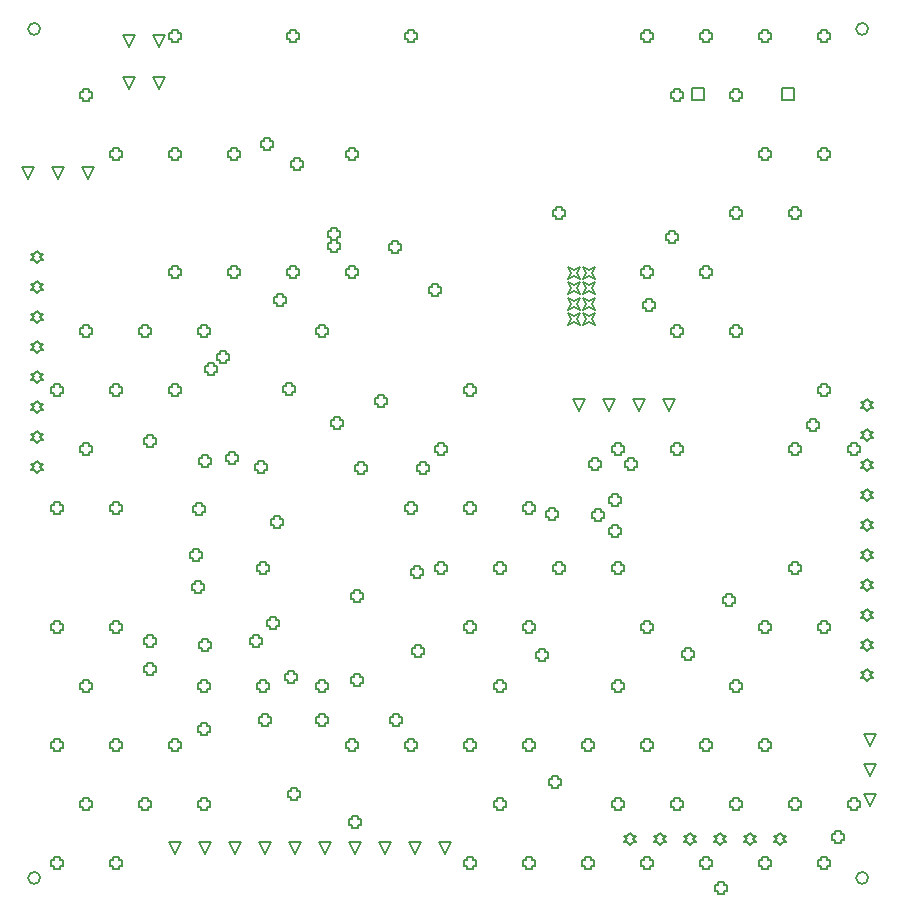
<source format=gbr>
G04*
G04 #@! TF.GenerationSoftware,Altium Limited,Altium Designer,24.1.2 (44)*
G04*
G04 Layer_Color=2752767*
%FSLAX25Y25*%
%MOIN*%
G70*
G04*
G04 #@! TF.SameCoordinates,ACFB50F2-017F-4F91-B709-34B895734A88*
G04*
G04*
G04 #@! TF.FilePolarity,Positive*
G04*
G01*
G75*
%ADD14C,0.00500*%
%ADD82C,0.00667*%
D14*
X56500Y92000D02*
X54500Y96000D01*
X58500D01*
X56500Y92000D01*
X66500D02*
X64500Y96000D01*
X68500D01*
X66500Y92000D01*
X76500D02*
X74500Y96000D01*
X78500D01*
X76500Y92000D01*
X86500D02*
X84500Y96000D01*
X88500D01*
X86500Y92000D01*
X96500D02*
X94500Y96000D01*
X98500D01*
X96500Y92000D01*
X106500D02*
X104500Y96000D01*
X108500D01*
X106500Y92000D01*
X116500D02*
X114500Y96000D01*
X118500D01*
X116500Y92000D01*
X126500D02*
X124500Y96000D01*
X128500D01*
X126500Y92000D01*
X136500D02*
X134500Y96000D01*
X138500D01*
X136500Y92000D01*
X146500D02*
X144500Y96000D01*
X148500D01*
X146500Y92000D01*
X258000Y94874D02*
X259000Y95874D01*
X260000D01*
X259000Y96874D01*
X260000Y97874D01*
X259000D01*
X258000Y98874D01*
X257000Y97874D01*
X256000D01*
X257000Y96874D01*
X256000Y95874D01*
X257000D01*
X258000Y94874D01*
X248000D02*
X249000Y95874D01*
X250000D01*
X249000Y96874D01*
X250000Y97874D01*
X249000D01*
X248000Y98874D01*
X247000Y97874D01*
X246000D01*
X247000Y96874D01*
X246000Y95874D01*
X247000D01*
X248000Y94874D01*
X238000D02*
X239000Y95874D01*
X240000D01*
X239000Y96874D01*
X240000Y97874D01*
X239000D01*
X238000Y98874D01*
X237000Y97874D01*
X236000D01*
X237000Y96874D01*
X236000Y95874D01*
X237000D01*
X238000Y94874D01*
X228000D02*
X229000Y95874D01*
X230000D01*
X229000Y96874D01*
X230000Y97874D01*
X229000D01*
X228000Y98874D01*
X227000Y97874D01*
X226000D01*
X227000Y96874D01*
X226000Y95874D01*
X227000D01*
X228000Y94874D01*
X218000D02*
X219000Y95874D01*
X220000D01*
X219000Y96874D01*
X220000Y97874D01*
X219000D01*
X218000Y98874D01*
X217000Y97874D01*
X216000D01*
X217000Y96874D01*
X216000Y95874D01*
X217000D01*
X218000Y94874D01*
X208000D02*
X209000Y95874D01*
X210000D01*
X209000Y96874D01*
X210000Y97874D01*
X209000D01*
X208000Y98874D01*
X207000Y97874D01*
X206000D01*
X207000Y96874D01*
X206000Y95874D01*
X207000D01*
X208000Y94874D01*
X41000Y347000D02*
X39000Y351000D01*
X43000D01*
X41000Y347000D01*
X51000D02*
X49000Y351000D01*
X53000D01*
X51000Y347000D01*
X228842Y343383D02*
Y347383D01*
X232842D01*
Y343383D01*
X228842D01*
X258842D02*
Y347383D01*
X262842D01*
Y343383D01*
X258842D01*
X221000Y239500D02*
X219000Y243500D01*
X223000D01*
X221000Y239500D01*
X211000D02*
X209000Y243500D01*
X213000D01*
X211000Y239500D01*
X191000D02*
X189000Y243500D01*
X193000D01*
X191000Y239500D01*
X201000D02*
X199000Y243500D01*
X203000D01*
X201000Y239500D01*
X287000Y209500D02*
X288000Y210500D01*
X289000D01*
X288000Y211500D01*
X289000Y212500D01*
X288000D01*
X287000Y213500D01*
X286000Y212500D01*
X285000D01*
X286000Y211500D01*
X285000Y210500D01*
X286000D01*
X287000Y209500D01*
Y169500D02*
X288000Y170500D01*
X289000D01*
X288000Y171500D01*
X289000Y172500D01*
X288000D01*
X287000Y173500D01*
X286000Y172500D01*
X285000D01*
X286000Y171500D01*
X285000Y170500D01*
X286000D01*
X287000Y169500D01*
Y149500D02*
X288000Y150500D01*
X289000D01*
X288000Y151500D01*
X289000Y152500D01*
X288000D01*
X287000Y153500D01*
X286000Y152500D01*
X285000D01*
X286000Y151500D01*
X285000Y150500D01*
X286000D01*
X287000Y149500D01*
Y159500D02*
X288000Y160500D01*
X289000D01*
X288000Y161500D01*
X289000Y162500D01*
X288000D01*
X287000Y163500D01*
X286000Y162500D01*
X285000D01*
X286000Y161500D01*
X285000Y160500D01*
X286000D01*
X287000Y159500D01*
Y179500D02*
X288000Y180500D01*
X289000D01*
X288000Y181500D01*
X289000Y182500D01*
X288000D01*
X287000Y183500D01*
X286000Y182500D01*
X285000D01*
X286000Y181500D01*
X285000Y180500D01*
X286000D01*
X287000Y179500D01*
Y189500D02*
X288000Y190500D01*
X289000D01*
X288000Y191500D01*
X289000Y192500D01*
X288000D01*
X287000Y193500D01*
X286000Y192500D01*
X285000D01*
X286000Y191500D01*
X285000Y190500D01*
X286000D01*
X287000Y189500D01*
Y199500D02*
X288000Y200500D01*
X289000D01*
X288000Y201500D01*
X289000Y202500D01*
X288000D01*
X287000Y203500D01*
X286000Y202500D01*
X285000D01*
X286000Y201500D01*
X285000Y200500D01*
X286000D01*
X287000Y199500D01*
Y219500D02*
X288000Y220500D01*
X289000D01*
X288000Y221500D01*
X289000Y222500D01*
X288000D01*
X287000Y223500D01*
X286000Y222500D01*
X285000D01*
X286000Y221500D01*
X285000Y220500D01*
X286000D01*
X287000Y219500D01*
Y229500D02*
X288000Y230500D01*
X289000D01*
X288000Y231500D01*
X289000Y232500D01*
X288000D01*
X287000Y233500D01*
X286000Y232500D01*
X285000D01*
X286000Y231500D01*
X285000Y230500D01*
X286000D01*
X287000Y229500D01*
Y239500D02*
X288000Y240500D01*
X289000D01*
X288000Y241500D01*
X289000Y242500D01*
X288000D01*
X287000Y243500D01*
X286000Y242500D01*
X285000D01*
X286000Y241500D01*
X285000Y240500D01*
X286000D01*
X287000Y239500D01*
X10500Y219000D02*
X11500Y220000D01*
X12500D01*
X11500Y221000D01*
X12500Y222000D01*
X11500D01*
X10500Y223000D01*
X9500Y222000D01*
X8500D01*
X9500Y221000D01*
X8500Y220000D01*
X9500D01*
X10500Y219000D01*
Y229000D02*
X11500Y230000D01*
X12500D01*
X11500Y231000D01*
X12500Y232000D01*
X11500D01*
X10500Y233000D01*
X9500Y232000D01*
X8500D01*
X9500Y231000D01*
X8500Y230000D01*
X9500D01*
X10500Y229000D01*
Y269000D02*
X11500Y270000D01*
X12500D01*
X11500Y271000D01*
X12500Y272000D01*
X11500D01*
X10500Y273000D01*
X9500Y272000D01*
X8500D01*
X9500Y271000D01*
X8500Y270000D01*
X9500D01*
X10500Y269000D01*
Y289000D02*
X11500Y290000D01*
X12500D01*
X11500Y291000D01*
X12500Y292000D01*
X11500D01*
X10500Y293000D01*
X9500Y292000D01*
X8500D01*
X9500Y291000D01*
X8500Y290000D01*
X9500D01*
X10500Y289000D01*
Y279000D02*
X11500Y280000D01*
X12500D01*
X11500Y281000D01*
X12500Y282000D01*
X11500D01*
X10500Y283000D01*
X9500Y282000D01*
X8500D01*
X9500Y281000D01*
X8500Y280000D01*
X9500D01*
X10500Y279000D01*
Y259000D02*
X11500Y260000D01*
X12500D01*
X11500Y261000D01*
X12500Y262000D01*
X11500D01*
X10500Y263000D01*
X9500Y262000D01*
X8500D01*
X9500Y261000D01*
X8500Y260000D01*
X9500D01*
X10500Y259000D01*
Y249000D02*
X11500Y250000D01*
X12500D01*
X11500Y251000D01*
X12500Y252000D01*
X11500D01*
X10500Y253000D01*
X9500Y252000D01*
X8500D01*
X9500Y251000D01*
X8500Y250000D01*
X9500D01*
X10500Y249000D01*
Y239000D02*
X11500Y240000D01*
X12500D01*
X11500Y241000D01*
X12500Y242000D01*
X11500D01*
X10500Y243000D01*
X9500Y242000D01*
X8500D01*
X9500Y241000D01*
X8500Y240000D01*
X9500D01*
X10500Y239000D01*
X288000Y108000D02*
X286000Y112000D01*
X290000D01*
X288000Y108000D01*
Y118000D02*
X286000Y122000D01*
X290000D01*
X288000Y118000D01*
Y128000D02*
X286000Y132000D01*
X290000D01*
X288000Y128000D01*
X27500Y317000D02*
X25500Y321000D01*
X29500D01*
X27500Y317000D01*
X17500D02*
X15500Y321000D01*
X19500D01*
X17500Y317000D01*
X7500D02*
X5500Y321000D01*
X9500D01*
X7500Y317000D01*
X41000Y361000D02*
X39000Y365000D01*
X43000D01*
X41000Y361000D01*
X51000D02*
X49000Y365000D01*
X53000D01*
X51000Y361000D01*
X237500Y79500D02*
Y78500D01*
X239500D01*
Y79500D01*
X240500D01*
Y81500D01*
X239500D01*
Y82500D01*
X237500D01*
Y81500D01*
X236500D01*
Y79500D01*
X237500D01*
X115500Y101500D02*
Y100500D01*
X117500D01*
Y101500D01*
X118500D01*
Y103500D01*
X117500D01*
Y104500D01*
X115500D01*
Y103500D01*
X114500D01*
Y101500D01*
X115500D01*
X271921Y363626D02*
Y362626D01*
X273921D01*
Y363626D01*
X274921D01*
Y365626D01*
X273921D01*
Y366626D01*
X271921D01*
Y365626D01*
X270921D01*
Y363626D01*
X271921D01*
Y324256D02*
Y323256D01*
X273921D01*
Y324256D01*
X274921D01*
Y326256D01*
X273921D01*
Y327256D01*
X271921D01*
Y326256D01*
X270921D01*
Y324256D01*
X271921D01*
Y245516D02*
Y244516D01*
X273921D01*
Y245516D01*
X274921D01*
Y247516D01*
X273921D01*
Y248516D01*
X271921D01*
Y247516D01*
X270921D01*
Y245516D01*
X271921D01*
X281764Y225831D02*
Y224831D01*
X283764D01*
Y225831D01*
X284764D01*
Y227831D01*
X283764D01*
Y228831D01*
X281764D01*
Y227831D01*
X280764D01*
Y225831D01*
X281764D01*
X271921Y166776D02*
Y165776D01*
X273921D01*
Y166776D01*
X274921D01*
Y168776D01*
X273921D01*
Y169776D01*
X271921D01*
Y168776D01*
X270921D01*
Y166776D01*
X271921D01*
X281764Y107720D02*
Y106720D01*
X283764D01*
Y107720D01*
X284764D01*
Y109721D01*
X283764D01*
Y110721D01*
X281764D01*
Y109721D01*
X280764D01*
Y107720D01*
X281764D01*
X271921Y88035D02*
Y87035D01*
X273921D01*
Y88035D01*
X274921D01*
Y90035D01*
X273921D01*
Y91035D01*
X271921D01*
Y90035D01*
X270921D01*
Y88035D01*
X271921D01*
X252236Y363626D02*
Y362626D01*
X254236D01*
Y363626D01*
X255236D01*
Y365626D01*
X254236D01*
Y366626D01*
X252236D01*
Y365626D01*
X251236D01*
Y363626D01*
X252236D01*
Y324256D02*
Y323256D01*
X254236D01*
Y324256D01*
X255236D01*
Y326256D01*
X254236D01*
Y327256D01*
X252236D01*
Y326256D01*
X251236D01*
Y324256D01*
X252236D01*
X262079Y304571D02*
Y303571D01*
X264079D01*
Y304571D01*
X265079D01*
Y306571D01*
X264079D01*
Y307571D01*
X262079D01*
Y306571D01*
X261079D01*
Y304571D01*
X262079D01*
Y225831D02*
Y224831D01*
X264079D01*
Y225831D01*
X265079D01*
Y227831D01*
X264079D01*
Y228831D01*
X262079D01*
Y227831D01*
X261079D01*
Y225831D01*
X262079D01*
Y186461D02*
Y185461D01*
X264079D01*
Y186461D01*
X265079D01*
Y188461D01*
X264079D01*
Y189461D01*
X262079D01*
Y188461D01*
X261079D01*
Y186461D01*
X262079D01*
X252236Y166776D02*
Y165776D01*
X254236D01*
Y166776D01*
X255236D01*
Y168776D01*
X254236D01*
Y169776D01*
X252236D01*
Y168776D01*
X251236D01*
Y166776D01*
X252236D01*
Y127406D02*
Y126406D01*
X254236D01*
Y127406D01*
X255236D01*
Y129405D01*
X254236D01*
Y130405D01*
X252236D01*
Y129405D01*
X251236D01*
Y127406D01*
X252236D01*
X262079Y107720D02*
Y106720D01*
X264079D01*
Y107720D01*
X265079D01*
Y109721D01*
X264079D01*
Y110721D01*
X262079D01*
Y109721D01*
X261079D01*
Y107720D01*
X262079D01*
X252236Y88035D02*
Y87035D01*
X254236D01*
Y88035D01*
X255236D01*
Y90035D01*
X254236D01*
Y91035D01*
X252236D01*
Y90035D01*
X251236D01*
Y88035D01*
X252236D01*
X232551Y363626D02*
Y362626D01*
X234551D01*
Y363626D01*
X235551D01*
Y365626D01*
X234551D01*
Y366626D01*
X232551D01*
Y365626D01*
X231551D01*
Y363626D01*
X232551D01*
X242394Y343941D02*
Y342941D01*
X244394D01*
Y343941D01*
X245394D01*
Y345941D01*
X244394D01*
Y346941D01*
X242394D01*
Y345941D01*
X241394D01*
Y343941D01*
X242394D01*
Y304571D02*
Y303571D01*
X244394D01*
Y304571D01*
X245394D01*
Y306571D01*
X244394D01*
Y307571D01*
X242394D01*
Y306571D01*
X241394D01*
Y304571D01*
X242394D01*
X232551Y284886D02*
Y283886D01*
X234551D01*
Y284886D01*
X235551D01*
Y286886D01*
X234551D01*
Y287886D01*
X232551D01*
Y286886D01*
X231551D01*
Y284886D01*
X232551D01*
X242394Y265201D02*
Y264201D01*
X244394D01*
Y265201D01*
X245394D01*
Y267201D01*
X244394D01*
Y268201D01*
X242394D01*
Y267201D01*
X241394D01*
Y265201D01*
X242394D01*
Y147091D02*
Y146091D01*
X244394D01*
Y147091D01*
X245394D01*
Y149091D01*
X244394D01*
Y150091D01*
X242394D01*
Y149091D01*
X241394D01*
Y147091D01*
X242394D01*
X232551Y127406D02*
Y126406D01*
X234551D01*
Y127406D01*
X235551D01*
Y129405D01*
X234551D01*
Y130405D01*
X232551D01*
Y129405D01*
X231551D01*
Y127406D01*
X232551D01*
X242394Y107720D02*
Y106720D01*
X244394D01*
Y107720D01*
X245394D01*
Y109721D01*
X244394D01*
Y110721D01*
X242394D01*
Y109721D01*
X241394D01*
Y107720D01*
X242394D01*
X232551Y88035D02*
Y87035D01*
X234551D01*
Y88035D01*
X235551D01*
Y90035D01*
X234551D01*
Y91035D01*
X232551D01*
Y90035D01*
X231551D01*
Y88035D01*
X232551D01*
X212866Y363626D02*
Y362626D01*
X214866D01*
Y363626D01*
X215866D01*
Y365626D01*
X214866D01*
Y366626D01*
X212866D01*
Y365626D01*
X211866D01*
Y363626D01*
X212866D01*
X222709Y343941D02*
Y342941D01*
X224709D01*
Y343941D01*
X225709D01*
Y345941D01*
X224709D01*
Y346941D01*
X222709D01*
Y345941D01*
X221709D01*
Y343941D01*
X222709D01*
X212866Y284886D02*
Y283886D01*
X214866D01*
Y284886D01*
X215866D01*
Y286886D01*
X214866D01*
Y287886D01*
X212866D01*
Y286886D01*
X211866D01*
Y284886D01*
X212866D01*
X222709Y265201D02*
Y264201D01*
X224709D01*
Y265201D01*
X225709D01*
Y267201D01*
X224709D01*
Y268201D01*
X222709D01*
Y267201D01*
X221709D01*
Y265201D01*
X222709D01*
Y225831D02*
Y224831D01*
X224709D01*
Y225831D01*
X225709D01*
Y227831D01*
X224709D01*
Y228831D01*
X222709D01*
Y227831D01*
X221709D01*
Y225831D01*
X222709D01*
X212866Y166776D02*
Y165776D01*
X214866D01*
Y166776D01*
X215866D01*
Y168776D01*
X214866D01*
Y169776D01*
X212866D01*
Y168776D01*
X211866D01*
Y166776D01*
X212866D01*
Y127406D02*
Y126406D01*
X214866D01*
Y127406D01*
X215866D01*
Y129405D01*
X214866D01*
Y130405D01*
X212866D01*
Y129405D01*
X211866D01*
Y127406D01*
X212866D01*
X222709Y107720D02*
Y106720D01*
X224709D01*
Y107720D01*
X225709D01*
Y109721D01*
X224709D01*
Y110721D01*
X222709D01*
Y109721D01*
X221709D01*
Y107720D01*
X222709D01*
X212866Y88035D02*
Y87035D01*
X214866D01*
Y88035D01*
X215866D01*
Y90035D01*
X214866D01*
Y91035D01*
X212866D01*
Y90035D01*
X211866D01*
Y88035D01*
X212866D01*
X203024Y225831D02*
Y224831D01*
X205024D01*
Y225831D01*
X206024D01*
Y227831D01*
X205024D01*
Y228831D01*
X203024D01*
Y227831D01*
X202024D01*
Y225831D01*
X203024D01*
Y186461D02*
Y185461D01*
X205024D01*
Y186461D01*
X206024D01*
Y188461D01*
X205024D01*
Y189461D01*
X203024D01*
Y188461D01*
X202024D01*
Y186461D01*
X203024D01*
Y147091D02*
Y146091D01*
X205024D01*
Y147091D01*
X206024D01*
Y149091D01*
X205024D01*
Y150091D01*
X203024D01*
Y149091D01*
X202024D01*
Y147091D01*
X203024D01*
X193181Y127406D02*
Y126406D01*
X195181D01*
Y127406D01*
X196181D01*
Y129405D01*
X195181D01*
Y130405D01*
X193181D01*
Y129405D01*
X192181D01*
Y127406D01*
X193181D01*
X203024Y107720D02*
Y106720D01*
X205024D01*
Y107720D01*
X206024D01*
Y109721D01*
X205024D01*
Y110721D01*
X203024D01*
Y109721D01*
X202024D01*
Y107720D01*
X203024D01*
X193181Y88035D02*
Y87035D01*
X195181D01*
Y88035D01*
X196181D01*
Y90035D01*
X195181D01*
Y91035D01*
X193181D01*
Y90035D01*
X192181D01*
Y88035D01*
X193181D01*
X183339Y304571D02*
Y303571D01*
X185339D01*
Y304571D01*
X186339D01*
Y306571D01*
X185339D01*
Y307571D01*
X183339D01*
Y306571D01*
X182339D01*
Y304571D01*
X183339D01*
X173496Y206146D02*
Y205146D01*
X175496D01*
Y206146D01*
X176496D01*
Y208146D01*
X175496D01*
Y209146D01*
X173496D01*
Y208146D01*
X172496D01*
Y206146D01*
X173496D01*
X183339Y186461D02*
Y185461D01*
X185339D01*
Y186461D01*
X186339D01*
Y188461D01*
X185339D01*
Y189461D01*
X183339D01*
Y188461D01*
X182339D01*
Y186461D01*
X183339D01*
X173496Y166776D02*
Y165776D01*
X175496D01*
Y166776D01*
X176496D01*
Y168776D01*
X175496D01*
Y169776D01*
X173496D01*
Y168776D01*
X172496D01*
Y166776D01*
X173496D01*
Y127406D02*
Y126406D01*
X175496D01*
Y127406D01*
X176496D01*
Y129405D01*
X175496D01*
Y130405D01*
X173496D01*
Y129405D01*
X172496D01*
Y127406D01*
X173496D01*
Y88035D02*
Y87035D01*
X175496D01*
Y88035D01*
X176496D01*
Y90035D01*
X175496D01*
Y91035D01*
X173496D01*
Y90035D01*
X172496D01*
Y88035D01*
X173496D01*
X153811Y245516D02*
Y244516D01*
X155811D01*
Y245516D01*
X156811D01*
Y247516D01*
X155811D01*
Y248516D01*
X153811D01*
Y247516D01*
X152811D01*
Y245516D01*
X153811D01*
Y206146D02*
Y205146D01*
X155811D01*
Y206146D01*
X156811D01*
Y208146D01*
X155811D01*
Y209146D01*
X153811D01*
Y208146D01*
X152811D01*
Y206146D01*
X153811D01*
X163654Y186461D02*
Y185461D01*
X165654D01*
Y186461D01*
X166654D01*
Y188461D01*
X165654D01*
Y189461D01*
X163654D01*
Y188461D01*
X162654D01*
Y186461D01*
X163654D01*
X153811Y166776D02*
Y165776D01*
X155811D01*
Y166776D01*
X156811D01*
Y168776D01*
X155811D01*
Y169776D01*
X153811D01*
Y168776D01*
X152811D01*
Y166776D01*
X153811D01*
X163654Y147091D02*
Y146091D01*
X165654D01*
Y147091D01*
X166654D01*
Y149091D01*
X165654D01*
Y150091D01*
X163654D01*
Y149091D01*
X162654D01*
Y147091D01*
X163654D01*
X153811Y127406D02*
Y126406D01*
X155811D01*
Y127406D01*
X156811D01*
Y129405D01*
X155811D01*
Y130405D01*
X153811D01*
Y129405D01*
X152811D01*
Y127406D01*
X153811D01*
X163654Y107720D02*
Y106720D01*
X165654D01*
Y107720D01*
X166654D01*
Y109721D01*
X165654D01*
Y110721D01*
X163654D01*
Y109721D01*
X162654D01*
Y107720D01*
X163654D01*
X153811Y88035D02*
Y87035D01*
X155811D01*
Y88035D01*
X156811D01*
Y90035D01*
X155811D01*
Y91035D01*
X153811D01*
Y90035D01*
X152811D01*
Y88035D01*
X153811D01*
X134126Y363626D02*
Y362626D01*
X136126D01*
Y363626D01*
X137126D01*
Y365626D01*
X136126D01*
Y366626D01*
X134126D01*
Y365626D01*
X133126D01*
Y363626D01*
X134126D01*
X143968Y225831D02*
Y224831D01*
X145968D01*
Y225831D01*
X146968D01*
Y227831D01*
X145968D01*
Y228831D01*
X143968D01*
Y227831D01*
X142968D01*
Y225831D01*
X143968D01*
X134126Y206146D02*
Y205146D01*
X136126D01*
Y206146D01*
X137126D01*
Y208146D01*
X136126D01*
Y209146D01*
X134126D01*
Y208146D01*
X133126D01*
Y206146D01*
X134126D01*
X143968Y186461D02*
Y185461D01*
X145968D01*
Y186461D01*
X146968D01*
Y188461D01*
X145968D01*
Y189461D01*
X143968D01*
Y188461D01*
X142968D01*
Y186461D01*
X143968D01*
X134126Y127406D02*
Y126406D01*
X136126D01*
Y127406D01*
X137126D01*
Y129405D01*
X136126D01*
Y130405D01*
X134126D01*
Y129405D01*
X133126D01*
Y127406D01*
X134126D01*
X114441Y324256D02*
Y323256D01*
X116441D01*
Y324256D01*
X117441D01*
Y326256D01*
X116441D01*
Y327256D01*
X114441D01*
Y326256D01*
X113441D01*
Y324256D01*
X114441D01*
Y284886D02*
Y283886D01*
X116441D01*
Y284886D01*
X117441D01*
Y286886D01*
X116441D01*
Y287886D01*
X114441D01*
Y286886D01*
X113441D01*
Y284886D01*
X114441D01*
Y127406D02*
Y126406D01*
X116441D01*
Y127406D01*
X117441D01*
Y129405D01*
X116441D01*
Y130405D01*
X114441D01*
Y129405D01*
X113441D01*
Y127406D01*
X114441D01*
X94756Y363626D02*
Y362626D01*
X96756D01*
Y363626D01*
X97756D01*
Y365626D01*
X96756D01*
Y366626D01*
X94756D01*
Y365626D01*
X93756D01*
Y363626D01*
X94756D01*
Y284886D02*
Y283886D01*
X96756D01*
Y284886D01*
X97756D01*
Y286886D01*
X96756D01*
Y287886D01*
X94756D01*
Y286886D01*
X93756D01*
Y284886D01*
X94756D01*
X104598Y265201D02*
Y264201D01*
X106598D01*
Y265201D01*
X107598D01*
Y267201D01*
X106598D01*
Y268201D01*
X104598D01*
Y267201D01*
X103598D01*
Y265201D01*
X104598D01*
Y147091D02*
Y146091D01*
X106598D01*
Y147091D01*
X107598D01*
Y149091D01*
X106598D01*
Y150091D01*
X104598D01*
Y149091D01*
X103598D01*
Y147091D01*
X104598D01*
X75071Y324256D02*
Y323256D01*
X77071D01*
Y324256D01*
X78071D01*
Y326256D01*
X77071D01*
Y327256D01*
X75071D01*
Y326256D01*
X74071D01*
Y324256D01*
X75071D01*
Y284886D02*
Y283886D01*
X77071D01*
Y284886D01*
X78071D01*
Y286886D01*
X77071D01*
Y287886D01*
X75071D01*
Y286886D01*
X74071D01*
Y284886D01*
X75071D01*
X84913Y186461D02*
Y185461D01*
X86913D01*
Y186461D01*
X87913D01*
Y188461D01*
X86913D01*
Y189461D01*
X84913D01*
Y188461D01*
X83913D01*
Y186461D01*
X84913D01*
Y147091D02*
Y146091D01*
X86913D01*
Y147091D01*
X87913D01*
Y149091D01*
X86913D01*
Y150091D01*
X84913D01*
Y149091D01*
X83913D01*
Y147091D01*
X84913D01*
X55386Y363626D02*
Y362626D01*
X57386D01*
Y363626D01*
X58386D01*
Y365626D01*
X57386D01*
Y366626D01*
X55386D01*
Y365626D01*
X54386D01*
Y363626D01*
X55386D01*
Y324256D02*
Y323256D01*
X57386D01*
Y324256D01*
X58386D01*
Y326256D01*
X57386D01*
Y327256D01*
X55386D01*
Y326256D01*
X54386D01*
Y324256D01*
X55386D01*
Y284886D02*
Y283886D01*
X57386D01*
Y284886D01*
X58386D01*
Y286886D01*
X57386D01*
Y287886D01*
X55386D01*
Y286886D01*
X54386D01*
Y284886D01*
X55386D01*
X65228Y265201D02*
Y264201D01*
X67228D01*
Y265201D01*
X68228D01*
Y267201D01*
X67228D01*
Y268201D01*
X65228D01*
Y267201D01*
X64228D01*
Y265201D01*
X65228D01*
X55386Y245516D02*
Y244516D01*
X57386D01*
Y245516D01*
X58386D01*
Y247516D01*
X57386D01*
Y248516D01*
X55386D01*
Y247516D01*
X54386D01*
Y245516D01*
X55386D01*
X65228Y147091D02*
Y146091D01*
X67228D01*
Y147091D01*
X68228D01*
Y149091D01*
X67228D01*
Y150091D01*
X65228D01*
Y149091D01*
X64228D01*
Y147091D01*
X65228D01*
X55386Y127406D02*
Y126406D01*
X57386D01*
Y127406D01*
X58386D01*
Y129405D01*
X57386D01*
Y130405D01*
X55386D01*
Y129405D01*
X54386D01*
Y127406D01*
X55386D01*
X65228Y107720D02*
Y106720D01*
X67228D01*
Y107720D01*
X68228D01*
Y109721D01*
X67228D01*
Y110721D01*
X65228D01*
Y109721D01*
X64228D01*
Y107720D01*
X65228D01*
X35701Y324256D02*
Y323256D01*
X37701D01*
Y324256D01*
X38701D01*
Y326256D01*
X37701D01*
Y327256D01*
X35701D01*
Y326256D01*
X34701D01*
Y324256D01*
X35701D01*
X45543Y265201D02*
Y264201D01*
X47543D01*
Y265201D01*
X48543D01*
Y267201D01*
X47543D01*
Y268201D01*
X45543D01*
Y267201D01*
X44543D01*
Y265201D01*
X45543D01*
X35701Y245516D02*
Y244516D01*
X37701D01*
Y245516D01*
X38701D01*
Y247516D01*
X37701D01*
Y248516D01*
X35701D01*
Y247516D01*
X34701D01*
Y245516D01*
X35701D01*
Y206146D02*
Y205146D01*
X37701D01*
Y206146D01*
X38701D01*
Y208146D01*
X37701D01*
Y209146D01*
X35701D01*
Y208146D01*
X34701D01*
Y206146D01*
X35701D01*
Y166776D02*
Y165776D01*
X37701D01*
Y166776D01*
X38701D01*
Y168776D01*
X37701D01*
Y169776D01*
X35701D01*
Y168776D01*
X34701D01*
Y166776D01*
X35701D01*
Y127406D02*
Y126406D01*
X37701D01*
Y127406D01*
X38701D01*
Y129405D01*
X37701D01*
Y130405D01*
X35701D01*
Y129405D01*
X34701D01*
Y127406D01*
X35701D01*
X45543Y107720D02*
Y106720D01*
X47543D01*
Y107720D01*
X48543D01*
Y109721D01*
X47543D01*
Y110721D01*
X45543D01*
Y109721D01*
X44543D01*
Y107720D01*
X45543D01*
X35701Y88035D02*
Y87035D01*
X37701D01*
Y88035D01*
X38701D01*
Y90035D01*
X37701D01*
Y91035D01*
X35701D01*
Y90035D01*
X34701D01*
Y88035D01*
X35701D01*
X25858Y343941D02*
Y342941D01*
X27858D01*
Y343941D01*
X28858D01*
Y345941D01*
X27858D01*
Y346941D01*
X25858D01*
Y345941D01*
X24858D01*
Y343941D01*
X25858D01*
Y265201D02*
Y264201D01*
X27858D01*
Y265201D01*
X28858D01*
Y267201D01*
X27858D01*
Y268201D01*
X25858D01*
Y267201D01*
X24858D01*
Y265201D01*
X25858D01*
X16016Y245516D02*
Y244516D01*
X18016D01*
Y245516D01*
X19016D01*
Y247516D01*
X18016D01*
Y248516D01*
X16016D01*
Y247516D01*
X15016D01*
Y245516D01*
X16016D01*
X25858Y225831D02*
Y224831D01*
X27858D01*
Y225831D01*
X28858D01*
Y227831D01*
X27858D01*
Y228831D01*
X25858D01*
Y227831D01*
X24858D01*
Y225831D01*
X25858D01*
X16016Y206146D02*
Y205146D01*
X18016D01*
Y206146D01*
X19016D01*
Y208146D01*
X18016D01*
Y209146D01*
X16016D01*
Y208146D01*
X15016D01*
Y206146D01*
X16016D01*
Y166776D02*
Y165776D01*
X18016D01*
Y166776D01*
X19016D01*
Y168776D01*
X18016D01*
Y169776D01*
X16016D01*
Y168776D01*
X15016D01*
Y166776D01*
X16016D01*
X25858Y147091D02*
Y146091D01*
X27858D01*
Y147091D01*
X28858D01*
Y149091D01*
X27858D01*
Y150091D01*
X25858D01*
Y149091D01*
X24858D01*
Y147091D01*
X25858D01*
X16016Y127406D02*
Y126406D01*
X18016D01*
Y127406D01*
X19016D01*
Y129405D01*
X18016D01*
Y130405D01*
X16016D01*
Y129405D01*
X15016D01*
Y127406D01*
X16016D01*
X25858Y107720D02*
Y106720D01*
X27858D01*
Y107720D01*
X28858D01*
Y109721D01*
X27858D01*
Y110721D01*
X25858D01*
Y109721D01*
X24858D01*
Y107720D01*
X25858D01*
X16016Y88035D02*
Y87035D01*
X18016D01*
Y88035D01*
X19016D01*
Y90035D01*
X18016D01*
Y91035D01*
X16016D01*
Y90035D01*
X15016D01*
Y88035D01*
X16016D01*
X95000Y111000D02*
Y110000D01*
X97000D01*
Y111000D01*
X98000D01*
Y113000D01*
X97000D01*
Y114000D01*
X95000D01*
Y113000D01*
X94000D01*
Y111000D01*
X95000D01*
X116000Y149000D02*
Y148000D01*
X118000D01*
Y149000D01*
X119000D01*
Y151000D01*
X118000D01*
Y152000D01*
X116000D01*
Y151000D01*
X115000D01*
Y149000D01*
X116000D01*
X129000Y135500D02*
Y134500D01*
X131000D01*
Y135500D01*
X132000D01*
Y137500D01*
X131000D01*
Y138500D01*
X129000D01*
Y137500D01*
X128000D01*
Y135500D01*
X129000D01*
X177776Y157276D02*
Y156276D01*
X179776D01*
Y157276D01*
X180776D01*
Y159276D01*
X179776D01*
Y160276D01*
X177776D01*
Y159276D01*
X176776D01*
Y157276D01*
X177776D01*
X226500Y157500D02*
Y156500D01*
X228500D01*
Y157500D01*
X229500D01*
Y159500D01*
X228500D01*
Y160500D01*
X226500D01*
Y159500D01*
X225500D01*
Y157500D01*
X226500D01*
X276500Y96500D02*
Y95500D01*
X278500D01*
Y96500D01*
X279500D01*
Y98500D01*
X278500D01*
Y99500D01*
X276500D01*
Y98500D01*
X275500D01*
Y96500D01*
X276500D01*
X85500Y135500D02*
Y134500D01*
X87500D01*
Y135500D01*
X88500D01*
Y137500D01*
X87500D01*
Y138500D01*
X85500D01*
Y137500D01*
X84500D01*
Y135500D01*
X85500D01*
X104500D02*
Y134500D01*
X106500D01*
Y135500D01*
X107500D01*
Y137500D01*
X106500D01*
Y138500D01*
X104500D01*
Y137500D01*
X103500D01*
Y135500D01*
X104500D01*
X63000Y180000D02*
Y179000D01*
X65000D01*
Y180000D01*
X66000D01*
Y182000D01*
X65000D01*
Y183000D01*
X63000D01*
Y182000D01*
X62000D01*
Y180000D01*
X63000D01*
X63500Y206000D02*
Y205000D01*
X65500D01*
Y206000D01*
X66500D01*
Y208000D01*
X65500D01*
Y209000D01*
X63500D01*
Y208000D01*
X62500D01*
Y206000D01*
X63500D01*
X62500Y190500D02*
Y189500D01*
X64500D01*
Y190500D01*
X65500D01*
Y192500D01*
X64500D01*
Y193500D01*
X62500D01*
Y192500D01*
X61500D01*
Y190500D01*
X62500D01*
X88000Y168000D02*
Y167000D01*
X90000D01*
Y168000D01*
X91000D01*
Y170000D01*
X90000D01*
Y171000D01*
X88000D01*
Y170000D01*
X87000D01*
Y168000D01*
X88000D01*
X82500Y162000D02*
Y161000D01*
X84500D01*
Y162000D01*
X85500D01*
Y164000D01*
X84500D01*
Y165000D01*
X82500D01*
Y164000D01*
X81500D01*
Y162000D01*
X82500D01*
X65500Y160500D02*
Y159500D01*
X67500D01*
Y160500D01*
X68500D01*
Y162500D01*
X67500D01*
Y163500D01*
X65500D01*
Y162500D01*
X64500D01*
Y160500D01*
X65500D01*
X74500Y223000D02*
Y222000D01*
X76500D01*
Y223000D01*
X77500D01*
Y225000D01*
X76500D01*
Y226000D01*
X74500D01*
Y225000D01*
X73500D01*
Y223000D01*
X74500D01*
X65500Y222000D02*
Y221000D01*
X67500D01*
Y222000D01*
X68500D01*
Y224000D01*
X67500D01*
Y225000D01*
X65500D01*
Y224000D01*
X64500D01*
Y222000D01*
X65500D01*
X84000Y220000D02*
Y219000D01*
X86000D01*
Y220000D01*
X87000D01*
Y222000D01*
X86000D01*
Y223000D01*
X84000D01*
Y222000D01*
X83000D01*
Y220000D01*
X84000D01*
X93500Y246000D02*
Y245000D01*
X95500D01*
Y246000D01*
X96500D01*
Y248000D01*
X95500D01*
Y249000D01*
X93500D01*
Y248000D01*
X92500D01*
Y246000D01*
X93500D01*
X136000Y185000D02*
Y184000D01*
X138000D01*
Y185000D01*
X139000D01*
Y187000D01*
X138000D01*
Y188000D01*
X136000D01*
Y187000D01*
X135000D01*
Y185000D01*
X136000D01*
X89500Y201500D02*
Y200500D01*
X91500D01*
Y201500D01*
X92500D01*
Y203500D01*
X91500D01*
Y204500D01*
X89500D01*
Y203500D01*
X88500D01*
Y201500D01*
X89500D01*
X96000Y321000D02*
Y320000D01*
X98000D01*
Y321000D01*
X99000D01*
Y323000D01*
X98000D01*
Y324000D01*
X96000D01*
Y323000D01*
X95000D01*
Y321000D01*
X96000D01*
X109500Y234500D02*
Y233500D01*
X111500D01*
Y234500D01*
X112500D01*
Y236500D01*
X111500D01*
Y237500D01*
X109500D01*
Y236500D01*
X108500D01*
Y234500D01*
X109500D01*
X71500Y256500D02*
Y255500D01*
X73500D01*
Y256500D01*
X74500D01*
Y258500D01*
X73500D01*
Y259500D01*
X71500D01*
Y258500D01*
X70500D01*
Y256500D01*
X71500D01*
X124000Y242000D02*
Y241000D01*
X126000D01*
Y242000D01*
X127000D01*
Y244000D01*
X126000D01*
Y245000D01*
X124000D01*
Y244000D01*
X123000D01*
Y242000D01*
X124000D01*
X128840Y293340D02*
Y292340D01*
X130840D01*
Y293340D01*
X131840D01*
Y295340D01*
X130840D01*
Y296340D01*
X128840D01*
Y295340D01*
X127840D01*
Y293340D01*
X128840D01*
X142000Y279000D02*
Y278000D01*
X144000D01*
Y279000D01*
X145000D01*
Y281000D01*
X144000D01*
Y282000D01*
X142000D01*
Y281000D01*
X141000D01*
Y279000D01*
X142000D01*
X213500Y274000D02*
Y273000D01*
X215500D01*
Y274000D01*
X216500D01*
Y276000D01*
X215500D01*
Y277000D01*
X213500D01*
Y276000D01*
X212500D01*
Y274000D01*
X213500D01*
X221000Y296500D02*
Y295500D01*
X223000D01*
Y296500D01*
X224000D01*
Y298500D01*
X223000D01*
Y299500D01*
X221000D01*
Y298500D01*
X220000D01*
Y296500D01*
X221000D01*
X47153Y228500D02*
Y227500D01*
X49154D01*
Y228500D01*
X50153D01*
Y230500D01*
X49154D01*
Y231500D01*
X47153D01*
Y230500D01*
X46154D01*
Y228500D01*
X47153D01*
X182000Y115000D02*
Y114000D01*
X184000D01*
Y115000D01*
X185000D01*
Y117000D01*
X184000D01*
Y118000D01*
X182000D01*
Y117000D01*
X181000D01*
Y115000D01*
X182000D01*
X67500Y252500D02*
Y251500D01*
X69500D01*
Y252500D01*
X70500D01*
Y254500D01*
X69500D01*
Y255500D01*
X67500D01*
Y254500D01*
X66500D01*
Y252500D01*
X67500D01*
X47000Y152500D02*
Y151500D01*
X49000D01*
Y152500D01*
X50000D01*
Y154500D01*
X49000D01*
Y155500D01*
X47000D01*
Y154500D01*
X46000D01*
Y152500D01*
X47000D01*
X240000Y175500D02*
Y174500D01*
X242000D01*
Y175500D01*
X243000D01*
Y177500D01*
X242000D01*
Y178500D01*
X240000D01*
Y177500D01*
X239000D01*
Y175500D01*
X240000D01*
X65000Y132500D02*
Y131500D01*
X67000D01*
Y132500D01*
X68000D01*
Y134500D01*
X67000D01*
Y135500D01*
X65000D01*
Y134500D01*
X64000D01*
Y132500D01*
X65000D01*
X47000Y162000D02*
Y161000D01*
X49000D01*
Y162000D01*
X50000D01*
Y164000D01*
X49000D01*
Y165000D01*
X47000D01*
Y164000D01*
X46000D01*
Y162000D01*
X47000D01*
X108500Y293500D02*
Y292500D01*
X110500D01*
Y293500D01*
X111500D01*
Y295500D01*
X110500D01*
Y296500D01*
X108500D01*
Y295500D01*
X107500D01*
Y293500D01*
X108500D01*
X90500Y275500D02*
Y274500D01*
X92500D01*
Y275500D01*
X93500D01*
Y277500D01*
X92500D01*
Y278500D01*
X90500D01*
Y277500D01*
X89500D01*
Y275500D01*
X90500D01*
X86000Y327500D02*
Y326500D01*
X88000D01*
Y327500D01*
X89000D01*
Y329500D01*
X88000D01*
Y330500D01*
X86000D01*
Y329500D01*
X85000D01*
Y327500D01*
X86000D01*
X108500Y297500D02*
Y296500D01*
X110500D01*
Y297500D01*
X111500D01*
Y299500D01*
X110500D01*
Y300500D01*
X108500D01*
Y299500D01*
X107500D01*
Y297500D01*
X108500D01*
X136346Y158653D02*
Y157653D01*
X138347D01*
Y158653D01*
X139347D01*
Y160653D01*
X138347D01*
Y161653D01*
X136346D01*
Y160653D01*
X135346D01*
Y158653D01*
X136346D01*
X117500Y219500D02*
Y218500D01*
X119500D01*
Y219500D01*
X120500D01*
Y221500D01*
X119500D01*
Y222500D01*
X117500D01*
Y221500D01*
X116500D01*
Y219500D01*
X117500D01*
X138000D02*
Y218500D01*
X140000D01*
Y219500D01*
X141000D01*
Y221500D01*
X140000D01*
Y222500D01*
X138000D01*
Y221500D01*
X137000D01*
Y219500D01*
X138000D01*
X196500Y204000D02*
Y203000D01*
X198500D01*
Y204000D01*
X199500D01*
Y206000D01*
X198500D01*
Y207000D01*
X196500D01*
Y206000D01*
X195500D01*
Y204000D01*
X196500D01*
X202000Y209000D02*
Y208000D01*
X204000D01*
Y209000D01*
X205000D01*
Y211000D01*
X204000D01*
Y212000D01*
X202000D01*
Y211000D01*
X201000D01*
Y209000D01*
X202000D01*
X181154Y204153D02*
Y203153D01*
X183153D01*
Y204153D01*
X184153D01*
Y206153D01*
X183153D01*
Y207154D01*
X181154D01*
Y206153D01*
X180154D01*
Y204153D01*
X181154D01*
X202000Y198500D02*
Y197500D01*
X204000D01*
Y198500D01*
X205000D01*
Y200500D01*
X204000D01*
Y201500D01*
X202000D01*
Y200500D01*
X201000D01*
Y198500D01*
X202000D01*
X195500Y221000D02*
Y220000D01*
X197500D01*
Y221000D01*
X198500D01*
Y223000D01*
X197500D01*
Y224000D01*
X195500D01*
Y223000D01*
X194500D01*
Y221000D01*
X195500D01*
X207500D02*
Y220000D01*
X209500D01*
Y221000D01*
X210500D01*
Y223000D01*
X209500D01*
Y224000D01*
X207500D01*
Y223000D01*
X206500D01*
Y221000D01*
X207500D01*
X268000Y234000D02*
Y233000D01*
X270000D01*
Y234000D01*
X271000D01*
Y236000D01*
X270000D01*
Y237000D01*
X268000D01*
Y236000D01*
X267000D01*
Y234000D01*
X268000D01*
X116000Y177000D02*
Y176000D01*
X118000D01*
Y177000D01*
X119000D01*
Y179000D01*
X118000D01*
Y180000D01*
X116000D01*
Y179000D01*
X115000D01*
Y177000D01*
X116000D01*
X94000Y150000D02*
Y149000D01*
X96000D01*
Y150000D01*
X97000D01*
Y152000D01*
X96000D01*
Y153000D01*
X94000D01*
Y152000D01*
X93000D01*
Y150000D01*
X94000D01*
X192559Y268323D02*
X193559Y270323D01*
X192559Y272323D01*
X194559Y271323D01*
X196559Y272323D01*
X195559Y270323D01*
X196559Y268323D01*
X194559Y269323D01*
X192559Y268323D01*
X187441D02*
X188441Y270323D01*
X187441Y272323D01*
X189441Y271323D01*
X191441Y272323D01*
X190441Y270323D01*
X191441Y268323D01*
X189441Y269323D01*
X187441Y268323D01*
X192559Y273441D02*
X193559Y275441D01*
X192559Y277441D01*
X194559Y276441D01*
X196559Y277441D01*
X195559Y275441D01*
X196559Y273441D01*
X194559Y274441D01*
X192559Y273441D01*
X187441D02*
X188441Y275441D01*
X187441Y277441D01*
X189441Y276441D01*
X191441Y277441D01*
X190441Y275441D01*
X191441Y273441D01*
X189441Y274441D01*
X187441Y273441D01*
X192559Y278559D02*
X193559Y280559D01*
X192559Y282559D01*
X194559Y281559D01*
X196559Y282559D01*
X195559Y280559D01*
X196559Y278559D01*
X194559Y279559D01*
X192559Y278559D01*
X187441D02*
X188441Y280559D01*
X187441Y282559D01*
X189441Y281559D01*
X191441Y282559D01*
X190441Y280559D01*
X191441Y278559D01*
X189441Y279559D01*
X187441Y278559D01*
X192559Y283677D02*
X193559Y285677D01*
X192559Y287677D01*
X194559Y286677D01*
X196559Y287677D01*
X195559Y285677D01*
X196559Y283677D01*
X194559Y284677D01*
X192559Y283677D01*
X187441D02*
X188441Y285677D01*
X187441Y287677D01*
X189441Y286677D01*
X191441Y287677D01*
X190441Y285677D01*
X191441Y283677D01*
X189441Y284677D01*
X187441Y283677D01*
D82*
X11500Y84000D02*
G03*
X11500Y84000I-2000J0D01*
G01*
X287500D02*
G03*
X287500Y84000I-2000J0D01*
G01*
Y367000D02*
G03*
X287500Y367000I-2000J0D01*
G01*
X11500D02*
G03*
X11500Y367000I-2000J0D01*
G01*
M02*

</source>
